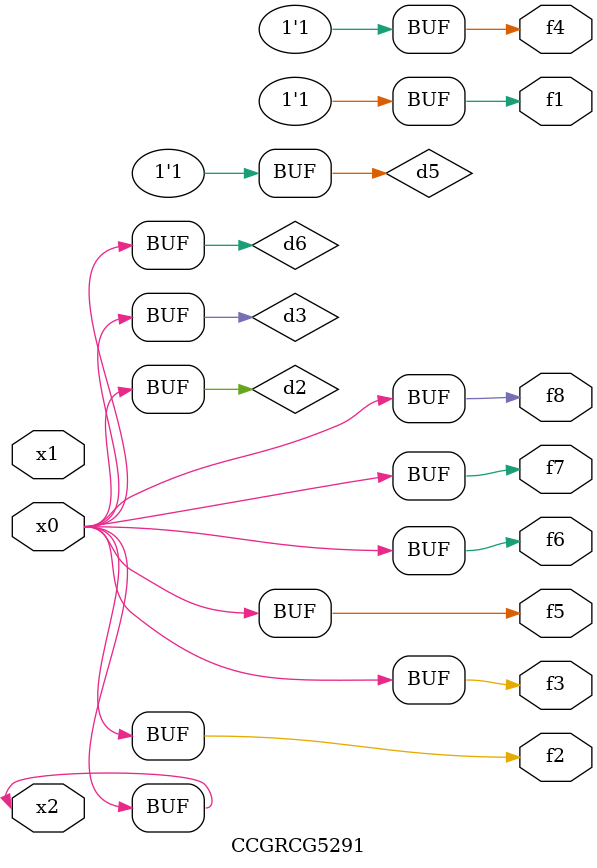
<source format=v>
module CCGRCG5291(
	input x0, x1, x2,
	output f1, f2, f3, f4, f5, f6, f7, f8
);

	wire d1, d2, d3, d4, d5, d6;

	xnor (d1, x2);
	buf (d2, x0, x2);
	and (d3, x0);
	xnor (d4, x1, x2);
	nand (d5, d1, d3);
	buf (d6, d2, d3);
	assign f1 = d5;
	assign f2 = d6;
	assign f3 = d6;
	assign f4 = d5;
	assign f5 = d6;
	assign f6 = d6;
	assign f7 = d6;
	assign f8 = d6;
endmodule

</source>
